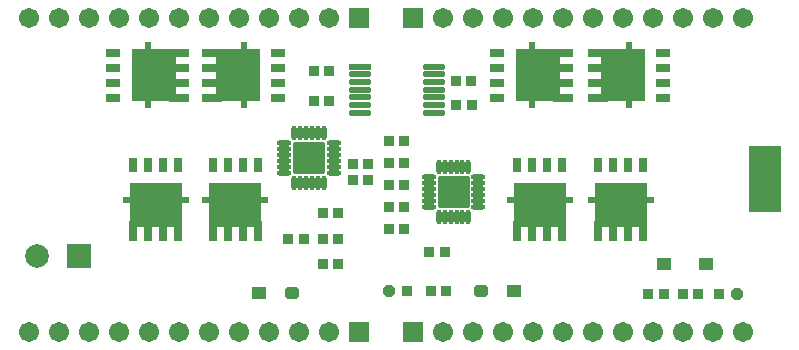
<source format=gbr>
G04*
G04 #@! TF.GenerationSoftware,Altium Limited,Altium Designer,23.8.1 (32)*
G04*
G04 Layer_Color=8388736*
%FSLAX25Y25*%
%MOIN*%
G70*
G04*
G04 #@! TF.SameCoordinates,08085802-0E6A-4E4E-A806-44F487ACA516*
G04*
G04*
G04 #@! TF.FilePolarity,Negative*
G04*
G01*
G75*
%ADD42R,0.10700X0.22200*%
G04:AMPARAMS|DCode=43|XSize=108.39mil|YSize=108.39mil|CornerRadius=9.02mil|HoleSize=0mil|Usage=FLASHONLY|Rotation=180.000|XOffset=0mil|YOffset=0mil|HoleType=Round|Shape=RoundedRectangle|*
%AMROUNDEDRECTD43*
21,1,0.10839,0.09035,0,0,180.0*
21,1,0.09035,0.10839,0,0,180.0*
1,1,0.01804,-0.04518,0.04518*
1,1,0.01804,0.04518,0.04518*
1,1,0.01804,0.04518,-0.04518*
1,1,0.01804,-0.04518,-0.04518*
%
%ADD43ROUNDEDRECTD43*%
%ADD44O,0.01981X0.04737*%
%ADD45O,0.04737X0.01981*%
%ADD46R,0.03800X0.03800*%
%ADD47R,0.04737X0.04147*%
%ADD48R,0.17532X0.14580*%
%ADD49R,0.02572X0.07099*%
%ADD50R,0.02572X0.05131*%
%ADD51R,0.22453X0.01981*%
%ADD52R,0.14580X0.17532*%
%ADD53R,0.07099X0.02572*%
%ADD54R,0.05131X0.02572*%
%ADD55R,0.01981X0.22453*%
G04:AMPARAMS|DCode=56|XSize=38mil|YSize=38mil|CornerRadius=0mil|HoleSize=0mil|Usage=FLASHONLY|Rotation=180.000|XOffset=0mil|YOffset=0mil|HoleType=Round|Shape=Octagon|*
%AMOCTAGOND56*
4,1,8,-0.01900,0.00950,-0.01900,-0.00950,-0.00950,-0.01900,0.00950,-0.01900,0.01900,-0.00950,0.01900,0.00950,0.00950,0.01900,-0.00950,0.01900,-0.01900,0.00950,0.0*
%
%ADD56OCTAGOND56*%

G04:AMPARAMS|DCode=57|XSize=108.39mil|YSize=108.39mil|CornerRadius=9.02mil|HoleSize=0mil|Usage=FLASHONLY|Rotation=90.000|XOffset=0mil|YOffset=0mil|HoleType=Round|Shape=RoundedRectangle|*
%AMROUNDEDRECTD57*
21,1,0.10839,0.09035,0,0,90.0*
21,1,0.09035,0.10839,0,0,90.0*
1,1,0.01804,0.04518,0.04518*
1,1,0.01804,0.04518,-0.04518*
1,1,0.01804,-0.04518,-0.04518*
1,1,0.01804,-0.04518,0.04518*
%
%ADD57ROUNDEDRECTD57*%
%ADD58R,0.07493X0.02178*%
%ADD59O,0.07493X0.02178*%
%ADD60R,0.04737X0.03950*%
G04:AMPARAMS|DCode=61|XSize=47.37mil|YSize=39.5mil|CornerRadius=0mil|HoleSize=0mil|Usage=FLASHONLY|Rotation=0.000|XOffset=0mil|YOffset=0mil|HoleType=Round|Shape=Octagon|*
%AMOCTAGOND61*
4,1,8,0.02368,-0.00987,0.02368,0.00987,0.01381,0.01975,-0.01381,0.01975,-0.02368,0.00987,-0.02368,-0.00987,-0.01381,-0.01975,0.01381,-0.01975,0.02368,-0.00987,0.0*
%
%ADD61OCTAGOND61*%

%ADD62R,0.07887X0.07887*%
%ADD63C,0.07887*%
%ADD64R,0.06706X0.06706*%
%ADD65C,0.06706*%
D42*
X432150Y246900D02*
D03*
D43*
X280232Y253953D02*
D03*
D44*
X275311Y245685D02*
D03*
X277279D02*
D03*
X279248D02*
D03*
X281217D02*
D03*
X283185D02*
D03*
X285154D02*
D03*
Y262221D02*
D03*
X283185D02*
D03*
X281217D02*
D03*
X279248D02*
D03*
X277279D02*
D03*
X275311D02*
D03*
X323579Y234232D02*
D03*
X325547D02*
D03*
X327516D02*
D03*
X329484D02*
D03*
X331453D02*
D03*
X333421D02*
D03*
Y250768D02*
D03*
X331453D02*
D03*
X329484D02*
D03*
X327516D02*
D03*
X325547D02*
D03*
X323579D02*
D03*
D45*
X288500Y249031D02*
D03*
Y251000D02*
D03*
Y252969D02*
D03*
Y254937D02*
D03*
Y256906D02*
D03*
Y258874D02*
D03*
X271965D02*
D03*
Y256906D02*
D03*
Y254937D02*
D03*
Y252969D02*
D03*
Y251000D02*
D03*
Y249031D02*
D03*
X320232Y247421D02*
D03*
Y245453D02*
D03*
Y243484D02*
D03*
Y241516D02*
D03*
Y239547D02*
D03*
Y237579D02*
D03*
X336768D02*
D03*
Y239547D02*
D03*
Y241516D02*
D03*
Y243484D02*
D03*
Y245453D02*
D03*
Y247421D02*
D03*
D46*
X398500Y208500D02*
D03*
X393382D02*
D03*
X334459Y279400D02*
D03*
X329341D02*
D03*
X329441Y271500D02*
D03*
X334559D02*
D03*
X281883Y283001D02*
D03*
X287001D02*
D03*
X281883Y273001D02*
D03*
X287001D02*
D03*
X320941Y209500D02*
D03*
X326059D02*
D03*
X313000Y209500D02*
D03*
X312059Y259500D02*
D03*
X306941D02*
D03*
X325559Y222500D02*
D03*
X320441D02*
D03*
X306941Y230300D02*
D03*
X312059D02*
D03*
X312060Y237600D02*
D03*
X306942D02*
D03*
X306941Y244900D02*
D03*
X312059D02*
D03*
Y252200D02*
D03*
X306941D02*
D03*
X294941Y252000D02*
D03*
X300059D02*
D03*
X294941Y246500D02*
D03*
X300059D02*
D03*
X290059Y235500D02*
D03*
X284941D02*
D03*
Y227000D02*
D03*
X290059D02*
D03*
Y218500D02*
D03*
X284941D02*
D03*
X278559Y227000D02*
D03*
X273441D02*
D03*
X410000Y208500D02*
D03*
X404882D02*
D03*
X416882D02*
D03*
D47*
X412500Y218500D02*
D03*
X398721D02*
D03*
D48*
X384244Y238032D02*
D03*
X357256D02*
D03*
X255713D02*
D03*
X229287D02*
D03*
D49*
X391744Y229567D02*
D03*
X386744D02*
D03*
X381744D02*
D03*
X376744D02*
D03*
X364756D02*
D03*
X359756D02*
D03*
X354756D02*
D03*
X349756D02*
D03*
X248213D02*
D03*
X253213D02*
D03*
X258213D02*
D03*
X263213D02*
D03*
X221787D02*
D03*
X226787D02*
D03*
X231787D02*
D03*
X236787D02*
D03*
D50*
X391744Y251417D02*
D03*
X386744D02*
D03*
X381744D02*
D03*
X376744D02*
D03*
X364756D02*
D03*
X359756D02*
D03*
X354756D02*
D03*
X349756D02*
D03*
X248213D02*
D03*
X253213D02*
D03*
X258213D02*
D03*
X263213D02*
D03*
X221787D02*
D03*
X226787D02*
D03*
X231787D02*
D03*
X236787D02*
D03*
D51*
X384244Y240000D02*
D03*
X357256D02*
D03*
X255713D02*
D03*
X229287D02*
D03*
D52*
X385032Y281500D02*
D03*
X356469Y281500D02*
D03*
X228500D02*
D03*
X256500Y281500D02*
D03*
D53*
X376567Y274000D02*
D03*
Y279000D02*
D03*
Y284000D02*
D03*
Y289000D02*
D03*
X364933Y289000D02*
D03*
Y284000D02*
D03*
Y279000D02*
D03*
Y274000D02*
D03*
X236965Y289000D02*
D03*
Y284000D02*
D03*
Y279000D02*
D03*
Y274000D02*
D03*
X248035Y289000D02*
D03*
Y284000D02*
D03*
Y279000D02*
D03*
Y274000D02*
D03*
D54*
X398417D02*
D03*
Y279000D02*
D03*
Y284000D02*
D03*
Y289000D02*
D03*
X343083Y289000D02*
D03*
Y284000D02*
D03*
Y279000D02*
D03*
Y274000D02*
D03*
X215114Y289000D02*
D03*
Y284000D02*
D03*
Y279000D02*
D03*
Y274000D02*
D03*
X269886Y289000D02*
D03*
Y284000D02*
D03*
Y279000D02*
D03*
Y274000D02*
D03*
D55*
X387000Y281500D02*
D03*
X354500D02*
D03*
X226532D02*
D03*
X258469D02*
D03*
D56*
X306882Y209500D02*
D03*
X423000Y208500D02*
D03*
D57*
X328500Y242500D02*
D03*
D58*
X297197Y284295D02*
D03*
D59*
Y281736D02*
D03*
Y279177D02*
D03*
Y276618D02*
D03*
Y274059D02*
D03*
Y271500D02*
D03*
Y268941D02*
D03*
X322000D02*
D03*
Y271500D02*
D03*
Y274059D02*
D03*
Y276618D02*
D03*
Y279177D02*
D03*
Y281736D02*
D03*
Y284295D02*
D03*
D60*
X263488Y209000D02*
D03*
X348512Y209500D02*
D03*
D61*
X274512Y209000D02*
D03*
X337488Y209500D02*
D03*
D62*
X203500Y221200D02*
D03*
D63*
X189720D02*
D03*
D64*
X297000Y196000D02*
D03*
X315000D02*
D03*
Y300500D02*
D03*
X297000D02*
D03*
D65*
X287000Y196000D02*
D03*
X277000D02*
D03*
X267000D02*
D03*
X257000D02*
D03*
X247000D02*
D03*
X237000D02*
D03*
X227000D02*
D03*
X217000D02*
D03*
X207000D02*
D03*
X197000D02*
D03*
X187000D02*
D03*
X325000D02*
D03*
X335000D02*
D03*
X345000D02*
D03*
X355000D02*
D03*
X365000D02*
D03*
X375000D02*
D03*
X385000D02*
D03*
X395000D02*
D03*
X405000D02*
D03*
X415000D02*
D03*
X425000D02*
D03*
X325000Y300500D02*
D03*
X335000D02*
D03*
X345000D02*
D03*
X355000D02*
D03*
X365000D02*
D03*
X375000D02*
D03*
X385000D02*
D03*
X395000D02*
D03*
X405000D02*
D03*
X415000D02*
D03*
X425000D02*
D03*
X187000D02*
D03*
X197000D02*
D03*
X207000D02*
D03*
X217000D02*
D03*
X227000D02*
D03*
X237000D02*
D03*
X247000D02*
D03*
X257000D02*
D03*
X267000D02*
D03*
X277000D02*
D03*
X287000D02*
D03*
M02*

</source>
